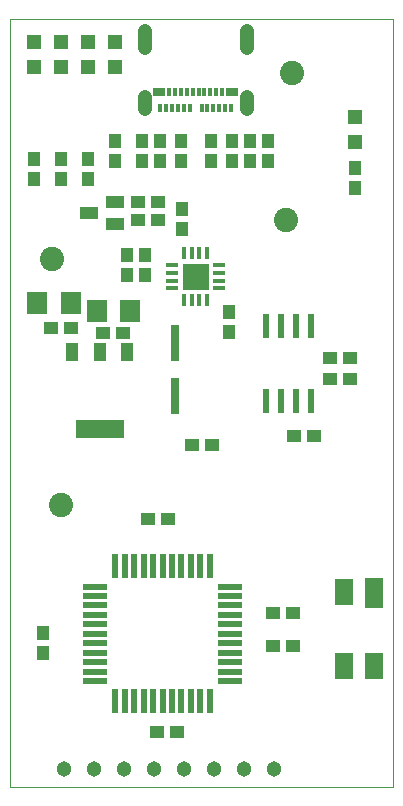
<source format=gts>
G75*
%MOIN*%
%OFA0B0*%
%FSLAX25Y25*%
%IPPOS*%
%LPD*%
%AMOC8*
5,1,8,0,0,1.08239X$1,22.5*
%
%ADD10C,0.00000*%
%ADD11R,0.05124X0.05124*%
%ADD12R,0.04337X0.04731*%
%ADD13R,0.04731X0.04337*%
%ADD14R,0.02959X0.12211*%
%ADD15R,0.06699X0.07487*%
%ADD16R,0.01581X0.03156*%
%ADD17R,0.04337X0.03156*%
%ADD18C,0.04731*%
%ADD19C,0.08077*%
%ADD20R,0.01975X0.07880*%
%ADD21R,0.07880X0.01975*%
%ADD22R,0.01778X0.03943*%
%ADD23R,0.08668X0.08668*%
%ADD24R,0.03943X0.01778*%
%ADD25R,0.02369X0.08274*%
%ADD26R,0.16148X0.06306*%
%ADD27R,0.04337X0.06306*%
%ADD28R,0.05912X0.04337*%
%ADD29C,0.05124*%
%ADD30R,0.05912X0.09061*%
%ADD31R,0.05912X0.09849*%
D10*
X0001300Y0001500D02*
X0001300Y0257500D01*
X0129221Y0257500D01*
X0129221Y0001500D01*
X0001300Y0001500D01*
D11*
X0116300Y0216366D03*
X0116300Y0224634D03*
X0036300Y0241366D03*
X0036300Y0249634D03*
X0027300Y0249634D03*
X0027300Y0241366D03*
X0018300Y0241366D03*
X0018300Y0249634D03*
X0009300Y0249634D03*
X0009300Y0241366D03*
D12*
X0009300Y0210846D03*
X0009300Y0204154D03*
X0018300Y0204154D03*
X0018300Y0210846D03*
X0027300Y0210846D03*
X0027300Y0204154D03*
X0036300Y0210154D03*
X0036300Y0216846D03*
X0045300Y0216846D03*
X0045300Y0210154D03*
X0051300Y0210154D03*
X0051300Y0216846D03*
X0058300Y0216846D03*
X0058300Y0210154D03*
X0058600Y0194146D03*
X0058600Y0187454D03*
X0046300Y0178846D03*
X0046300Y0172154D03*
X0040300Y0172154D03*
X0040300Y0178846D03*
X0068300Y0210154D03*
X0068300Y0216846D03*
X0075300Y0216846D03*
X0075300Y0210154D03*
X0081300Y0210154D03*
X0081300Y0216846D03*
X0087300Y0216846D03*
X0087300Y0210154D03*
X0074300Y0159846D03*
X0074300Y0153154D03*
X0116300Y0201154D03*
X0116300Y0207846D03*
X0012300Y0052746D03*
X0012300Y0046054D03*
D13*
X0047354Y0090900D03*
X0054046Y0090900D03*
X0061954Y0115500D03*
X0068646Y0115500D03*
X0095954Y0118500D03*
X0102646Y0118500D03*
X0107954Y0137500D03*
X0107954Y0144500D03*
X0114646Y0144500D03*
X0114646Y0137500D03*
X0095646Y0059500D03*
X0095646Y0048500D03*
X0088954Y0048500D03*
X0088954Y0059500D03*
X0057246Y0019800D03*
X0050554Y0019800D03*
X0039146Y0152700D03*
X0032454Y0152700D03*
X0021646Y0154500D03*
X0014954Y0154500D03*
X0043954Y0190500D03*
X0043954Y0196500D03*
X0050646Y0196500D03*
X0050646Y0190500D03*
D14*
X0056300Y0149358D03*
X0056300Y0131642D03*
D15*
X0041312Y0160200D03*
X0030288Y0160200D03*
X0021612Y0162600D03*
X0010588Y0162600D03*
D16*
X0051489Y0227886D03*
X0053457Y0227886D03*
X0055426Y0227886D03*
X0057394Y0227886D03*
X0059363Y0227886D03*
X0061331Y0227886D03*
X0060347Y0233004D03*
X0062316Y0233004D03*
X0064284Y0233004D03*
X0066253Y0233004D03*
X0068221Y0233004D03*
X0070190Y0233004D03*
X0072158Y0233004D03*
X0071174Y0227886D03*
X0073143Y0227886D03*
X0075111Y0227886D03*
X0069206Y0227886D03*
X0067237Y0227886D03*
X0065269Y0227886D03*
X0058379Y0233004D03*
X0056410Y0233004D03*
X0054442Y0233004D03*
D17*
X0051095Y0233004D03*
X0075505Y0233004D03*
D18*
X0080308Y0231469D02*
X0080308Y0227531D01*
X0080308Y0231469D02*
X0080308Y0231469D01*
X0080308Y0227531D01*
X0080308Y0227531D01*
X0080308Y0247649D02*
X0080308Y0253555D01*
X0080308Y0253555D01*
X0080308Y0247649D01*
X0080308Y0247649D01*
X0080308Y0252379D02*
X0080308Y0252379D01*
X0046292Y0253555D02*
X0046292Y0247649D01*
X0046292Y0253555D02*
X0046292Y0253555D01*
X0046292Y0247649D01*
X0046292Y0247649D01*
X0046292Y0252379D02*
X0046292Y0252379D01*
X0046292Y0231469D02*
X0046292Y0227531D01*
X0046292Y0231469D02*
X0046292Y0231469D01*
X0046292Y0227531D01*
X0046292Y0227531D01*
D19*
X0015300Y0177500D03*
X0018300Y0095500D03*
X0093300Y0190500D03*
X0095300Y0239500D03*
D20*
X0068048Y0074941D03*
X0064898Y0074941D03*
X0061749Y0074941D03*
X0058599Y0074941D03*
X0055450Y0074941D03*
X0052300Y0074941D03*
X0049150Y0074941D03*
X0046001Y0074941D03*
X0042851Y0074941D03*
X0039702Y0074941D03*
X0036552Y0074941D03*
X0036552Y0030059D03*
X0039702Y0030059D03*
X0042851Y0030059D03*
X0046001Y0030059D03*
X0049150Y0030059D03*
X0052300Y0030059D03*
X0055450Y0030059D03*
X0058599Y0030059D03*
X0061749Y0030059D03*
X0064898Y0030059D03*
X0068048Y0030059D03*
D21*
X0074741Y0036752D03*
X0074741Y0039902D03*
X0074741Y0043051D03*
X0074741Y0046201D03*
X0074741Y0049350D03*
X0074741Y0052500D03*
X0074741Y0055650D03*
X0074741Y0058799D03*
X0074741Y0061949D03*
X0074741Y0065098D03*
X0074741Y0068248D03*
X0029859Y0068248D03*
X0029859Y0065098D03*
X0029859Y0061949D03*
X0029859Y0058799D03*
X0029859Y0055650D03*
X0029859Y0052500D03*
X0029859Y0049350D03*
X0029859Y0046201D03*
X0029859Y0043051D03*
X0029859Y0039902D03*
X0029859Y0036752D03*
D22*
X0059461Y0163626D03*
X0062020Y0163626D03*
X0064580Y0163626D03*
X0067139Y0163626D03*
X0067139Y0179374D03*
X0064580Y0179374D03*
X0062020Y0179374D03*
X0059461Y0179374D03*
D23*
X0063300Y0171500D03*
D24*
X0055426Y0170220D03*
X0055426Y0167661D03*
X0055426Y0172780D03*
X0055426Y0175339D03*
X0071174Y0175339D03*
X0071174Y0172780D03*
X0071174Y0170220D03*
X0071174Y0167661D03*
D25*
X0086800Y0155039D03*
X0091800Y0155039D03*
X0096800Y0155039D03*
X0101800Y0155039D03*
X0101800Y0129961D03*
X0096800Y0129961D03*
X0091800Y0129961D03*
X0086800Y0129961D03*
D26*
X0031300Y0120705D03*
D27*
X0031300Y0146295D03*
X0022245Y0146295D03*
X0040355Y0146295D03*
D28*
X0036531Y0188960D03*
X0036531Y0196440D03*
X0027869Y0192700D03*
D29*
X0029300Y0007500D03*
X0039300Y0007500D03*
X0049300Y0007500D03*
X0059300Y0007500D03*
X0069300Y0007500D03*
X0079300Y0007500D03*
X0089300Y0007500D03*
X0019300Y0007500D03*
D30*
X0112800Y0041698D03*
X0122800Y0041698D03*
X0112800Y0066502D03*
D31*
X0122800Y0066108D03*
M02*

</source>
